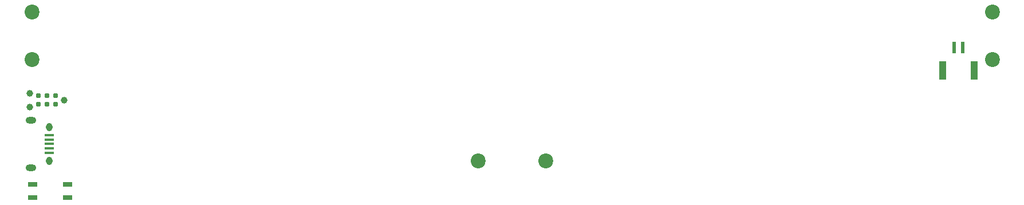
<source format=gbs>
G04 #@! TF.GenerationSoftware,KiCad,Pcbnew,(2017-09-07 revision 90668f9ef)-makepkg*
G04 #@! TF.CreationDate,2017-11-26T16:45:10+10:30*
G04 #@! TF.ProjectId,ledGlasses,6C6564476C61737365732E6B69636164,1.00*
G04 #@! TF.SameCoordinates,Original*
G04 #@! TF.FileFunction,Soldermask,Bot*
G04 #@! TF.FilePolarity,Negative*
%FSLAX46Y46*%
G04 Gerber Fmt 4.6, Leading zero omitted, Abs format (unit mm)*
G04 Created by KiCad (PCBNEW (2017-09-07 revision 90668f9ef)-makepkg) date 11/26/17 16:45:10*
%MOMM*%
%LPD*%
G01*
G04 APERTURE LIST*
%ADD10O,1.550000X1.000000*%
%ADD11O,0.950000X1.250000*%
%ADD12R,1.350000X0.400000*%
%ADD13C,0.787400*%
%ADD14C,0.990600*%
%ADD15R,1.450000X0.700000*%
%ADD16C,2.200000*%
%ADD17R,0.600000X1.800000*%
%ADD18R,1.000000X2.800000*%
G04 APERTURE END LIST*
D10*
X77390000Y-101380000D03*
X77390000Y-108380000D03*
D11*
X80090000Y-102380000D03*
X80090000Y-107380000D03*
D12*
X80090000Y-103580000D03*
X80090000Y-104230000D03*
X80090000Y-104880000D03*
X80090000Y-105530000D03*
X80090000Y-106180000D03*
D13*
X78530000Y-97765000D03*
X78530000Y-99035000D03*
X79800000Y-97765000D03*
X79800000Y-99035000D03*
X81070000Y-97765000D03*
X81070000Y-99035000D03*
D14*
X82340000Y-98400000D03*
X77260000Y-99416000D03*
X77260000Y-97384000D03*
D15*
X77620000Y-110840000D03*
X82780000Y-110840000D03*
X82780000Y-112840000D03*
X77620000Y-112840000D03*
D16*
X77530000Y-92380000D03*
X77530000Y-85380000D03*
X153530000Y-107380000D03*
X143530000Y-107380000D03*
X219530000Y-85380000D03*
X219530000Y-92380000D03*
D17*
X213875000Y-90625000D03*
X215125000Y-90625000D03*
D18*
X216850000Y-93975000D03*
X212150000Y-93975000D03*
M02*

</source>
